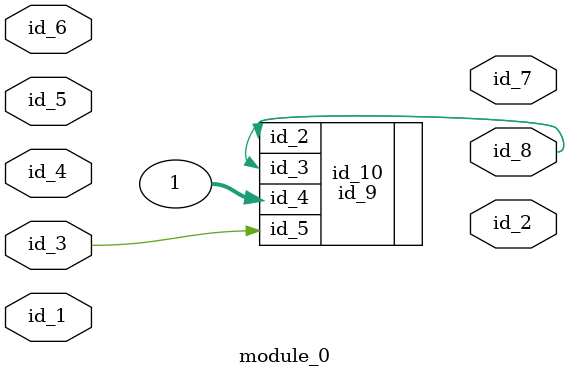
<source format=v>
module module_0 (
    id_1,
    id_2,
    id_3,
    id_4,
    id_5,
    id_6,
    id_7,
    id_8
);
  output id_8;
  output id_7;
  input id_6;
  input id_5;
  input id_4;
  input id_3;
  output id_2;
  input id_1;
  id_9 id_10 (
      .id_3(id_8),
      .id_4(id_5),
      .id_4(id_2),
      .id_4(1),
      .id_5(id_3),
      .id_2(id_8)
  );
endmodule

</source>
